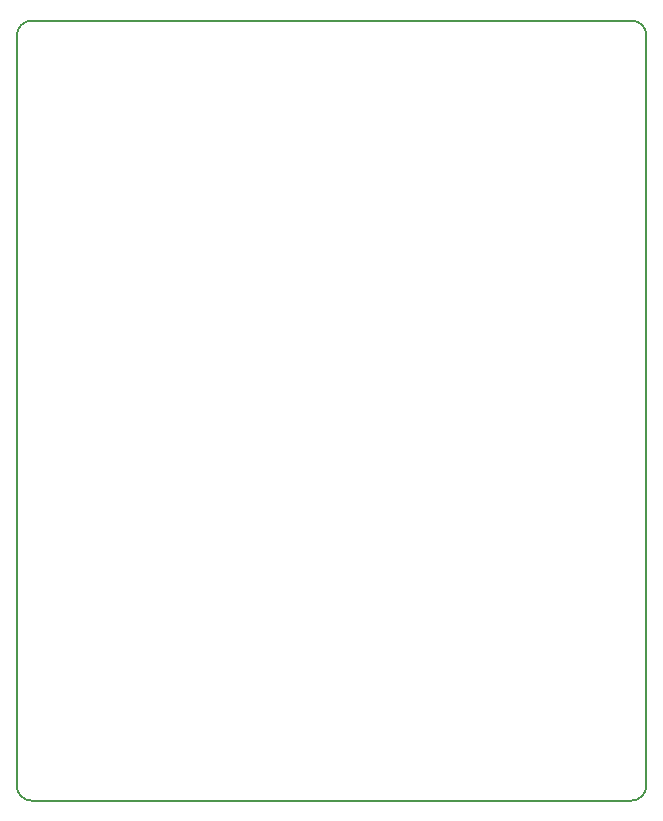
<source format=gm1>
G04 #@! TF.GenerationSoftware,KiCad,Pcbnew,(5.1.8)-1*
G04 #@! TF.CreationDate,2022-02-21T01:41:40+01:00*
G04 #@! TF.ProjectId,BulkyMIDI-32 Amiga IDC,42756c6b-794d-4494-9449-2d333220416d,rev?*
G04 #@! TF.SameCoordinates,Original*
G04 #@! TF.FileFunction,Profile,NP*
%FSLAX46Y46*%
G04 Gerber Fmt 4.6, Leading zero omitted, Abs format (unit mm)*
G04 Created by KiCad (PCBNEW (5.1.8)-1) date 2022-02-21 01:41:40*
%MOMM*%
%LPD*%
G01*
G04 APERTURE LIST*
G04 #@! TA.AperFunction,Profile*
%ADD10C,0.150000*%
G04 #@! TD*
G04 APERTURE END LIST*
D10*
X92719000Y-133091200D02*
X143501000Y-133091200D01*
X91449000Y-131821200D02*
G75*
G03*
X92719000Y-133091200I1270000J0D01*
G01*
X143501000Y-133091200D02*
G75*
G03*
X144771000Y-131821200I0J1270000D01*
G01*
X91449000Y-131821200D02*
X91449000Y-68326000D01*
X144771000Y-131821200D02*
X144771000Y-68326000D01*
X143501000Y-67056000D02*
X92719000Y-67056000D01*
X92719000Y-67056000D02*
G75*
G03*
X91449000Y-68326000I0J-1270000D01*
G01*
X144771000Y-68326000D02*
G75*
G03*
X143501000Y-67056000I-1270000J0D01*
G01*
M02*

</source>
